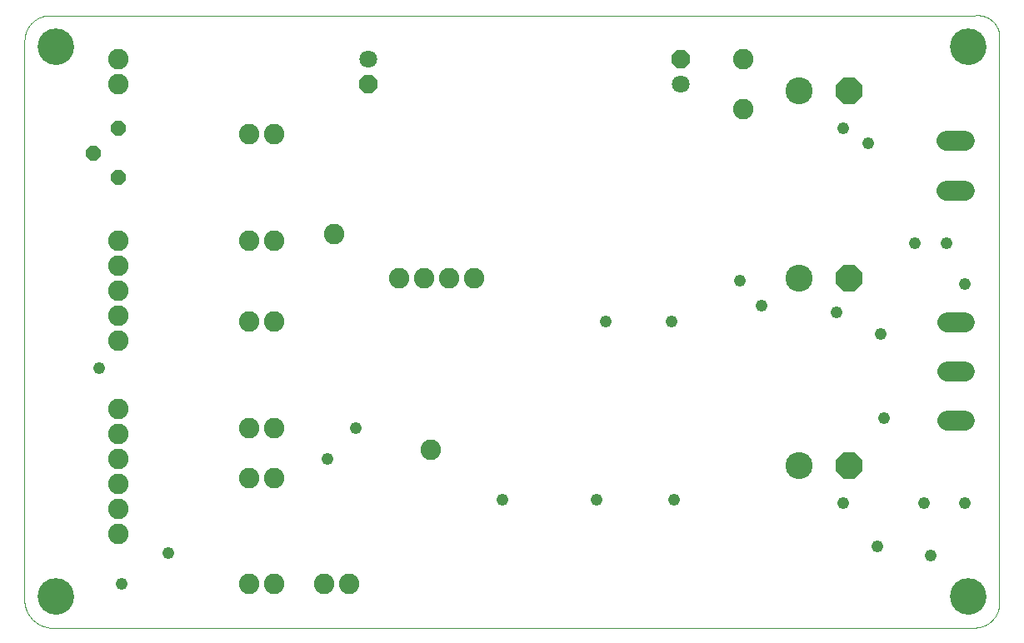
<source format=gbs>
G75*
%MOIN*%
%OFA0B0*%
%FSLAX25Y25*%
%IPPOS*%
%LPD*%
%AMOC8*
5,1,8,0,0,1.08239X$1,22.5*
%
%ADD10C,0.00000*%
%ADD11C,0.14580*%
%ADD12OC8,0.07100*%
%ADD13C,0.07100*%
%ADD14C,0.07850*%
%ADD15OC8,0.06000*%
%ADD16C,0.10800*%
%ADD17OC8,0.10800*%
%ADD18C,0.08200*%
%ADD19C,0.04800*%
D10*
X0031197Y0016379D02*
X0401197Y0016379D01*
X0401439Y0016382D01*
X0401680Y0016391D01*
X0401921Y0016405D01*
X0402162Y0016426D01*
X0402402Y0016452D01*
X0402642Y0016484D01*
X0402881Y0016522D01*
X0403118Y0016565D01*
X0403355Y0016615D01*
X0403590Y0016670D01*
X0403824Y0016730D01*
X0404056Y0016797D01*
X0404287Y0016868D01*
X0404516Y0016946D01*
X0404743Y0017029D01*
X0404968Y0017117D01*
X0405191Y0017211D01*
X0405411Y0017310D01*
X0405629Y0017415D01*
X0405844Y0017524D01*
X0406057Y0017639D01*
X0406267Y0017759D01*
X0406473Y0017884D01*
X0406677Y0018014D01*
X0406878Y0018149D01*
X0407075Y0018289D01*
X0407269Y0018433D01*
X0407459Y0018582D01*
X0407645Y0018736D01*
X0407828Y0018894D01*
X0408007Y0019056D01*
X0408182Y0019223D01*
X0408353Y0019394D01*
X0408520Y0019569D01*
X0408682Y0019748D01*
X0408840Y0019931D01*
X0408994Y0020117D01*
X0409143Y0020307D01*
X0409287Y0020501D01*
X0409427Y0020698D01*
X0409562Y0020899D01*
X0409692Y0021103D01*
X0409817Y0021309D01*
X0409937Y0021519D01*
X0410052Y0021732D01*
X0410161Y0021947D01*
X0410266Y0022165D01*
X0410365Y0022385D01*
X0410459Y0022608D01*
X0410547Y0022833D01*
X0410630Y0023060D01*
X0410708Y0023289D01*
X0410779Y0023520D01*
X0410846Y0023752D01*
X0410906Y0023986D01*
X0410961Y0024221D01*
X0411011Y0024458D01*
X0411054Y0024695D01*
X0411092Y0024934D01*
X0411124Y0025174D01*
X0411150Y0025414D01*
X0411171Y0025655D01*
X0411185Y0025896D01*
X0411194Y0026137D01*
X0411197Y0026379D01*
X0411197Y0253879D01*
X0411164Y0254090D01*
X0411127Y0254300D01*
X0411084Y0254510D01*
X0411036Y0254718D01*
X0410983Y0254925D01*
X0410925Y0255130D01*
X0410862Y0255334D01*
X0410794Y0255537D01*
X0410721Y0255738D01*
X0410644Y0255937D01*
X0410561Y0256134D01*
X0410474Y0256329D01*
X0410383Y0256522D01*
X0410286Y0256712D01*
X0410185Y0256901D01*
X0410080Y0257086D01*
X0409970Y0257270D01*
X0409856Y0257450D01*
X0409737Y0257628D01*
X0409614Y0257802D01*
X0409487Y0257974D01*
X0409356Y0258142D01*
X0409220Y0258308D01*
X0409081Y0258470D01*
X0408938Y0258628D01*
X0408791Y0258784D01*
X0408641Y0258935D01*
X0408487Y0259083D01*
X0408329Y0259227D01*
X0408168Y0259367D01*
X0408003Y0259503D01*
X0407835Y0259636D01*
X0407665Y0259764D01*
X0407491Y0259888D01*
X0407314Y0260008D01*
X0407134Y0260123D01*
X0406952Y0260234D01*
X0406767Y0260341D01*
X0406579Y0260443D01*
X0406389Y0260540D01*
X0406197Y0260633D01*
X0406002Y0260722D01*
X0405805Y0260805D01*
X0405607Y0260884D01*
X0405407Y0260958D01*
X0405204Y0261027D01*
X0405001Y0261091D01*
X0404795Y0261150D01*
X0404589Y0261205D01*
X0404381Y0261254D01*
X0404172Y0261298D01*
X0403962Y0261337D01*
X0403751Y0261371D01*
X0403540Y0261400D01*
X0403327Y0261424D01*
X0403115Y0261443D01*
X0402901Y0261456D01*
X0402688Y0261465D01*
X0402474Y0261468D01*
X0402261Y0261466D01*
X0402047Y0261459D01*
X0401834Y0261447D01*
X0401621Y0261429D01*
X0401409Y0261407D01*
X0401197Y0261379D01*
X0031197Y0261379D01*
X0030955Y0261376D01*
X0030714Y0261367D01*
X0030473Y0261353D01*
X0030232Y0261332D01*
X0029992Y0261306D01*
X0029752Y0261274D01*
X0029513Y0261236D01*
X0029276Y0261193D01*
X0029039Y0261143D01*
X0028804Y0261088D01*
X0028570Y0261028D01*
X0028338Y0260961D01*
X0028107Y0260890D01*
X0027878Y0260812D01*
X0027651Y0260729D01*
X0027426Y0260641D01*
X0027203Y0260547D01*
X0026983Y0260448D01*
X0026765Y0260343D01*
X0026550Y0260234D01*
X0026337Y0260119D01*
X0026127Y0259999D01*
X0025921Y0259874D01*
X0025717Y0259744D01*
X0025516Y0259609D01*
X0025319Y0259469D01*
X0025125Y0259325D01*
X0024935Y0259176D01*
X0024749Y0259022D01*
X0024566Y0258864D01*
X0024387Y0258702D01*
X0024212Y0258535D01*
X0024041Y0258364D01*
X0023874Y0258189D01*
X0023712Y0258010D01*
X0023554Y0257827D01*
X0023400Y0257641D01*
X0023251Y0257451D01*
X0023107Y0257257D01*
X0022967Y0257060D01*
X0022832Y0256859D01*
X0022702Y0256655D01*
X0022577Y0256449D01*
X0022457Y0256239D01*
X0022342Y0256026D01*
X0022233Y0255811D01*
X0022128Y0255593D01*
X0022029Y0255373D01*
X0021935Y0255150D01*
X0021847Y0254925D01*
X0021764Y0254698D01*
X0021686Y0254469D01*
X0021615Y0254238D01*
X0021548Y0254006D01*
X0021488Y0253772D01*
X0021433Y0253537D01*
X0021383Y0253300D01*
X0021340Y0253063D01*
X0021302Y0252824D01*
X0021270Y0252584D01*
X0021244Y0252344D01*
X0021223Y0252103D01*
X0021209Y0251862D01*
X0021200Y0251621D01*
X0021197Y0251379D01*
X0021197Y0028879D01*
X0021170Y0028603D01*
X0021149Y0028325D01*
X0021136Y0028048D01*
X0021129Y0027770D01*
X0021129Y0027492D01*
X0021136Y0027215D01*
X0021149Y0026937D01*
X0021170Y0026660D01*
X0021197Y0026384D01*
X0021231Y0026108D01*
X0021271Y0025833D01*
X0021319Y0025560D01*
X0021373Y0025287D01*
X0021434Y0025016D01*
X0021501Y0024746D01*
X0021575Y0024479D01*
X0021656Y0024213D01*
X0021743Y0023949D01*
X0021836Y0023687D01*
X0021936Y0023428D01*
X0022043Y0023172D01*
X0022155Y0022918D01*
X0022274Y0022666D01*
X0022399Y0022418D01*
X0022530Y0022173D01*
X0022666Y0021932D01*
X0022809Y0021693D01*
X0022958Y0021458D01*
X0023112Y0021227D01*
X0023272Y0021000D01*
X0023437Y0020777D01*
X0023608Y0020558D01*
X0023785Y0020343D01*
X0023966Y0020133D01*
X0024152Y0019927D01*
X0024344Y0019726D01*
X0024540Y0019529D01*
X0024742Y0019338D01*
X0024947Y0019151D01*
X0025158Y0018970D01*
X0025372Y0018793D01*
X0025591Y0018622D01*
X0025814Y0018457D01*
X0026042Y0018297D01*
X0026272Y0018142D01*
X0026507Y0017994D01*
X0026745Y0017851D01*
X0026987Y0017714D01*
X0027232Y0017583D01*
X0027480Y0017458D01*
X0027731Y0017339D01*
X0027985Y0017226D01*
X0028242Y0017120D01*
X0028501Y0017020D01*
X0028763Y0016926D01*
X0029026Y0016839D01*
X0029292Y0016759D01*
X0029560Y0016684D01*
X0029829Y0016617D01*
X0030100Y0016556D01*
X0030373Y0016502D01*
X0030647Y0016454D01*
X0030921Y0016413D01*
X0031197Y0016379D01*
X0026807Y0028879D02*
X0026809Y0029048D01*
X0026815Y0029217D01*
X0026826Y0029386D01*
X0026840Y0029554D01*
X0026859Y0029722D01*
X0026882Y0029890D01*
X0026908Y0030057D01*
X0026939Y0030223D01*
X0026974Y0030389D01*
X0027013Y0030553D01*
X0027057Y0030717D01*
X0027104Y0030879D01*
X0027155Y0031040D01*
X0027210Y0031200D01*
X0027269Y0031359D01*
X0027331Y0031516D01*
X0027398Y0031671D01*
X0027469Y0031825D01*
X0027543Y0031977D01*
X0027621Y0032127D01*
X0027702Y0032275D01*
X0027787Y0032421D01*
X0027876Y0032565D01*
X0027968Y0032707D01*
X0028064Y0032846D01*
X0028163Y0032983D01*
X0028265Y0033118D01*
X0028371Y0033250D01*
X0028480Y0033379D01*
X0028592Y0033506D01*
X0028707Y0033630D01*
X0028825Y0033751D01*
X0028946Y0033869D01*
X0029070Y0033984D01*
X0029197Y0034096D01*
X0029326Y0034205D01*
X0029458Y0034311D01*
X0029593Y0034413D01*
X0029730Y0034512D01*
X0029869Y0034608D01*
X0030011Y0034700D01*
X0030155Y0034789D01*
X0030301Y0034874D01*
X0030449Y0034955D01*
X0030599Y0035033D01*
X0030751Y0035107D01*
X0030905Y0035178D01*
X0031060Y0035245D01*
X0031217Y0035307D01*
X0031376Y0035366D01*
X0031536Y0035421D01*
X0031697Y0035472D01*
X0031859Y0035519D01*
X0032023Y0035563D01*
X0032187Y0035602D01*
X0032353Y0035637D01*
X0032519Y0035668D01*
X0032686Y0035694D01*
X0032854Y0035717D01*
X0033022Y0035736D01*
X0033190Y0035750D01*
X0033359Y0035761D01*
X0033528Y0035767D01*
X0033697Y0035769D01*
X0033866Y0035767D01*
X0034035Y0035761D01*
X0034204Y0035750D01*
X0034372Y0035736D01*
X0034540Y0035717D01*
X0034708Y0035694D01*
X0034875Y0035668D01*
X0035041Y0035637D01*
X0035207Y0035602D01*
X0035371Y0035563D01*
X0035535Y0035519D01*
X0035697Y0035472D01*
X0035858Y0035421D01*
X0036018Y0035366D01*
X0036177Y0035307D01*
X0036334Y0035245D01*
X0036489Y0035178D01*
X0036643Y0035107D01*
X0036795Y0035033D01*
X0036945Y0034955D01*
X0037093Y0034874D01*
X0037239Y0034789D01*
X0037383Y0034700D01*
X0037525Y0034608D01*
X0037664Y0034512D01*
X0037801Y0034413D01*
X0037936Y0034311D01*
X0038068Y0034205D01*
X0038197Y0034096D01*
X0038324Y0033984D01*
X0038448Y0033869D01*
X0038569Y0033751D01*
X0038687Y0033630D01*
X0038802Y0033506D01*
X0038914Y0033379D01*
X0039023Y0033250D01*
X0039129Y0033118D01*
X0039231Y0032983D01*
X0039330Y0032846D01*
X0039426Y0032707D01*
X0039518Y0032565D01*
X0039607Y0032421D01*
X0039692Y0032275D01*
X0039773Y0032127D01*
X0039851Y0031977D01*
X0039925Y0031825D01*
X0039996Y0031671D01*
X0040063Y0031516D01*
X0040125Y0031359D01*
X0040184Y0031200D01*
X0040239Y0031040D01*
X0040290Y0030879D01*
X0040337Y0030717D01*
X0040381Y0030553D01*
X0040420Y0030389D01*
X0040455Y0030223D01*
X0040486Y0030057D01*
X0040512Y0029890D01*
X0040535Y0029722D01*
X0040554Y0029554D01*
X0040568Y0029386D01*
X0040579Y0029217D01*
X0040585Y0029048D01*
X0040587Y0028879D01*
X0040585Y0028710D01*
X0040579Y0028541D01*
X0040568Y0028372D01*
X0040554Y0028204D01*
X0040535Y0028036D01*
X0040512Y0027868D01*
X0040486Y0027701D01*
X0040455Y0027535D01*
X0040420Y0027369D01*
X0040381Y0027205D01*
X0040337Y0027041D01*
X0040290Y0026879D01*
X0040239Y0026718D01*
X0040184Y0026558D01*
X0040125Y0026399D01*
X0040063Y0026242D01*
X0039996Y0026087D01*
X0039925Y0025933D01*
X0039851Y0025781D01*
X0039773Y0025631D01*
X0039692Y0025483D01*
X0039607Y0025337D01*
X0039518Y0025193D01*
X0039426Y0025051D01*
X0039330Y0024912D01*
X0039231Y0024775D01*
X0039129Y0024640D01*
X0039023Y0024508D01*
X0038914Y0024379D01*
X0038802Y0024252D01*
X0038687Y0024128D01*
X0038569Y0024007D01*
X0038448Y0023889D01*
X0038324Y0023774D01*
X0038197Y0023662D01*
X0038068Y0023553D01*
X0037936Y0023447D01*
X0037801Y0023345D01*
X0037664Y0023246D01*
X0037525Y0023150D01*
X0037383Y0023058D01*
X0037239Y0022969D01*
X0037093Y0022884D01*
X0036945Y0022803D01*
X0036795Y0022725D01*
X0036643Y0022651D01*
X0036489Y0022580D01*
X0036334Y0022513D01*
X0036177Y0022451D01*
X0036018Y0022392D01*
X0035858Y0022337D01*
X0035697Y0022286D01*
X0035535Y0022239D01*
X0035371Y0022195D01*
X0035207Y0022156D01*
X0035041Y0022121D01*
X0034875Y0022090D01*
X0034708Y0022064D01*
X0034540Y0022041D01*
X0034372Y0022022D01*
X0034204Y0022008D01*
X0034035Y0021997D01*
X0033866Y0021991D01*
X0033697Y0021989D01*
X0033528Y0021991D01*
X0033359Y0021997D01*
X0033190Y0022008D01*
X0033022Y0022022D01*
X0032854Y0022041D01*
X0032686Y0022064D01*
X0032519Y0022090D01*
X0032353Y0022121D01*
X0032187Y0022156D01*
X0032023Y0022195D01*
X0031859Y0022239D01*
X0031697Y0022286D01*
X0031536Y0022337D01*
X0031376Y0022392D01*
X0031217Y0022451D01*
X0031060Y0022513D01*
X0030905Y0022580D01*
X0030751Y0022651D01*
X0030599Y0022725D01*
X0030449Y0022803D01*
X0030301Y0022884D01*
X0030155Y0022969D01*
X0030011Y0023058D01*
X0029869Y0023150D01*
X0029730Y0023246D01*
X0029593Y0023345D01*
X0029458Y0023447D01*
X0029326Y0023553D01*
X0029197Y0023662D01*
X0029070Y0023774D01*
X0028946Y0023889D01*
X0028825Y0024007D01*
X0028707Y0024128D01*
X0028592Y0024252D01*
X0028480Y0024379D01*
X0028371Y0024508D01*
X0028265Y0024640D01*
X0028163Y0024775D01*
X0028064Y0024912D01*
X0027968Y0025051D01*
X0027876Y0025193D01*
X0027787Y0025337D01*
X0027702Y0025483D01*
X0027621Y0025631D01*
X0027543Y0025781D01*
X0027469Y0025933D01*
X0027398Y0026087D01*
X0027331Y0026242D01*
X0027269Y0026399D01*
X0027210Y0026558D01*
X0027155Y0026718D01*
X0027104Y0026879D01*
X0027057Y0027041D01*
X0027013Y0027205D01*
X0026974Y0027369D01*
X0026939Y0027535D01*
X0026908Y0027701D01*
X0026882Y0027868D01*
X0026859Y0028036D01*
X0026840Y0028204D01*
X0026826Y0028372D01*
X0026815Y0028541D01*
X0026809Y0028710D01*
X0026807Y0028879D01*
X0026807Y0248879D02*
X0026809Y0249048D01*
X0026815Y0249217D01*
X0026826Y0249386D01*
X0026840Y0249554D01*
X0026859Y0249722D01*
X0026882Y0249890D01*
X0026908Y0250057D01*
X0026939Y0250223D01*
X0026974Y0250389D01*
X0027013Y0250553D01*
X0027057Y0250717D01*
X0027104Y0250879D01*
X0027155Y0251040D01*
X0027210Y0251200D01*
X0027269Y0251359D01*
X0027331Y0251516D01*
X0027398Y0251671D01*
X0027469Y0251825D01*
X0027543Y0251977D01*
X0027621Y0252127D01*
X0027702Y0252275D01*
X0027787Y0252421D01*
X0027876Y0252565D01*
X0027968Y0252707D01*
X0028064Y0252846D01*
X0028163Y0252983D01*
X0028265Y0253118D01*
X0028371Y0253250D01*
X0028480Y0253379D01*
X0028592Y0253506D01*
X0028707Y0253630D01*
X0028825Y0253751D01*
X0028946Y0253869D01*
X0029070Y0253984D01*
X0029197Y0254096D01*
X0029326Y0254205D01*
X0029458Y0254311D01*
X0029593Y0254413D01*
X0029730Y0254512D01*
X0029869Y0254608D01*
X0030011Y0254700D01*
X0030155Y0254789D01*
X0030301Y0254874D01*
X0030449Y0254955D01*
X0030599Y0255033D01*
X0030751Y0255107D01*
X0030905Y0255178D01*
X0031060Y0255245D01*
X0031217Y0255307D01*
X0031376Y0255366D01*
X0031536Y0255421D01*
X0031697Y0255472D01*
X0031859Y0255519D01*
X0032023Y0255563D01*
X0032187Y0255602D01*
X0032353Y0255637D01*
X0032519Y0255668D01*
X0032686Y0255694D01*
X0032854Y0255717D01*
X0033022Y0255736D01*
X0033190Y0255750D01*
X0033359Y0255761D01*
X0033528Y0255767D01*
X0033697Y0255769D01*
X0033866Y0255767D01*
X0034035Y0255761D01*
X0034204Y0255750D01*
X0034372Y0255736D01*
X0034540Y0255717D01*
X0034708Y0255694D01*
X0034875Y0255668D01*
X0035041Y0255637D01*
X0035207Y0255602D01*
X0035371Y0255563D01*
X0035535Y0255519D01*
X0035697Y0255472D01*
X0035858Y0255421D01*
X0036018Y0255366D01*
X0036177Y0255307D01*
X0036334Y0255245D01*
X0036489Y0255178D01*
X0036643Y0255107D01*
X0036795Y0255033D01*
X0036945Y0254955D01*
X0037093Y0254874D01*
X0037239Y0254789D01*
X0037383Y0254700D01*
X0037525Y0254608D01*
X0037664Y0254512D01*
X0037801Y0254413D01*
X0037936Y0254311D01*
X0038068Y0254205D01*
X0038197Y0254096D01*
X0038324Y0253984D01*
X0038448Y0253869D01*
X0038569Y0253751D01*
X0038687Y0253630D01*
X0038802Y0253506D01*
X0038914Y0253379D01*
X0039023Y0253250D01*
X0039129Y0253118D01*
X0039231Y0252983D01*
X0039330Y0252846D01*
X0039426Y0252707D01*
X0039518Y0252565D01*
X0039607Y0252421D01*
X0039692Y0252275D01*
X0039773Y0252127D01*
X0039851Y0251977D01*
X0039925Y0251825D01*
X0039996Y0251671D01*
X0040063Y0251516D01*
X0040125Y0251359D01*
X0040184Y0251200D01*
X0040239Y0251040D01*
X0040290Y0250879D01*
X0040337Y0250717D01*
X0040381Y0250553D01*
X0040420Y0250389D01*
X0040455Y0250223D01*
X0040486Y0250057D01*
X0040512Y0249890D01*
X0040535Y0249722D01*
X0040554Y0249554D01*
X0040568Y0249386D01*
X0040579Y0249217D01*
X0040585Y0249048D01*
X0040587Y0248879D01*
X0040585Y0248710D01*
X0040579Y0248541D01*
X0040568Y0248372D01*
X0040554Y0248204D01*
X0040535Y0248036D01*
X0040512Y0247868D01*
X0040486Y0247701D01*
X0040455Y0247535D01*
X0040420Y0247369D01*
X0040381Y0247205D01*
X0040337Y0247041D01*
X0040290Y0246879D01*
X0040239Y0246718D01*
X0040184Y0246558D01*
X0040125Y0246399D01*
X0040063Y0246242D01*
X0039996Y0246087D01*
X0039925Y0245933D01*
X0039851Y0245781D01*
X0039773Y0245631D01*
X0039692Y0245483D01*
X0039607Y0245337D01*
X0039518Y0245193D01*
X0039426Y0245051D01*
X0039330Y0244912D01*
X0039231Y0244775D01*
X0039129Y0244640D01*
X0039023Y0244508D01*
X0038914Y0244379D01*
X0038802Y0244252D01*
X0038687Y0244128D01*
X0038569Y0244007D01*
X0038448Y0243889D01*
X0038324Y0243774D01*
X0038197Y0243662D01*
X0038068Y0243553D01*
X0037936Y0243447D01*
X0037801Y0243345D01*
X0037664Y0243246D01*
X0037525Y0243150D01*
X0037383Y0243058D01*
X0037239Y0242969D01*
X0037093Y0242884D01*
X0036945Y0242803D01*
X0036795Y0242725D01*
X0036643Y0242651D01*
X0036489Y0242580D01*
X0036334Y0242513D01*
X0036177Y0242451D01*
X0036018Y0242392D01*
X0035858Y0242337D01*
X0035697Y0242286D01*
X0035535Y0242239D01*
X0035371Y0242195D01*
X0035207Y0242156D01*
X0035041Y0242121D01*
X0034875Y0242090D01*
X0034708Y0242064D01*
X0034540Y0242041D01*
X0034372Y0242022D01*
X0034204Y0242008D01*
X0034035Y0241997D01*
X0033866Y0241991D01*
X0033697Y0241989D01*
X0033528Y0241991D01*
X0033359Y0241997D01*
X0033190Y0242008D01*
X0033022Y0242022D01*
X0032854Y0242041D01*
X0032686Y0242064D01*
X0032519Y0242090D01*
X0032353Y0242121D01*
X0032187Y0242156D01*
X0032023Y0242195D01*
X0031859Y0242239D01*
X0031697Y0242286D01*
X0031536Y0242337D01*
X0031376Y0242392D01*
X0031217Y0242451D01*
X0031060Y0242513D01*
X0030905Y0242580D01*
X0030751Y0242651D01*
X0030599Y0242725D01*
X0030449Y0242803D01*
X0030301Y0242884D01*
X0030155Y0242969D01*
X0030011Y0243058D01*
X0029869Y0243150D01*
X0029730Y0243246D01*
X0029593Y0243345D01*
X0029458Y0243447D01*
X0029326Y0243553D01*
X0029197Y0243662D01*
X0029070Y0243774D01*
X0028946Y0243889D01*
X0028825Y0244007D01*
X0028707Y0244128D01*
X0028592Y0244252D01*
X0028480Y0244379D01*
X0028371Y0244508D01*
X0028265Y0244640D01*
X0028163Y0244775D01*
X0028064Y0244912D01*
X0027968Y0245051D01*
X0027876Y0245193D01*
X0027787Y0245337D01*
X0027702Y0245483D01*
X0027621Y0245631D01*
X0027543Y0245781D01*
X0027469Y0245933D01*
X0027398Y0246087D01*
X0027331Y0246242D01*
X0027269Y0246399D01*
X0027210Y0246558D01*
X0027155Y0246718D01*
X0027104Y0246879D01*
X0027057Y0247041D01*
X0027013Y0247205D01*
X0026974Y0247369D01*
X0026939Y0247535D01*
X0026908Y0247701D01*
X0026882Y0247868D01*
X0026859Y0248036D01*
X0026840Y0248204D01*
X0026826Y0248372D01*
X0026815Y0248541D01*
X0026809Y0248710D01*
X0026807Y0248879D01*
X0391807Y0248879D02*
X0391809Y0249048D01*
X0391815Y0249217D01*
X0391826Y0249386D01*
X0391840Y0249554D01*
X0391859Y0249722D01*
X0391882Y0249890D01*
X0391908Y0250057D01*
X0391939Y0250223D01*
X0391974Y0250389D01*
X0392013Y0250553D01*
X0392057Y0250717D01*
X0392104Y0250879D01*
X0392155Y0251040D01*
X0392210Y0251200D01*
X0392269Y0251359D01*
X0392331Y0251516D01*
X0392398Y0251671D01*
X0392469Y0251825D01*
X0392543Y0251977D01*
X0392621Y0252127D01*
X0392702Y0252275D01*
X0392787Y0252421D01*
X0392876Y0252565D01*
X0392968Y0252707D01*
X0393064Y0252846D01*
X0393163Y0252983D01*
X0393265Y0253118D01*
X0393371Y0253250D01*
X0393480Y0253379D01*
X0393592Y0253506D01*
X0393707Y0253630D01*
X0393825Y0253751D01*
X0393946Y0253869D01*
X0394070Y0253984D01*
X0394197Y0254096D01*
X0394326Y0254205D01*
X0394458Y0254311D01*
X0394593Y0254413D01*
X0394730Y0254512D01*
X0394869Y0254608D01*
X0395011Y0254700D01*
X0395155Y0254789D01*
X0395301Y0254874D01*
X0395449Y0254955D01*
X0395599Y0255033D01*
X0395751Y0255107D01*
X0395905Y0255178D01*
X0396060Y0255245D01*
X0396217Y0255307D01*
X0396376Y0255366D01*
X0396536Y0255421D01*
X0396697Y0255472D01*
X0396859Y0255519D01*
X0397023Y0255563D01*
X0397187Y0255602D01*
X0397353Y0255637D01*
X0397519Y0255668D01*
X0397686Y0255694D01*
X0397854Y0255717D01*
X0398022Y0255736D01*
X0398190Y0255750D01*
X0398359Y0255761D01*
X0398528Y0255767D01*
X0398697Y0255769D01*
X0398866Y0255767D01*
X0399035Y0255761D01*
X0399204Y0255750D01*
X0399372Y0255736D01*
X0399540Y0255717D01*
X0399708Y0255694D01*
X0399875Y0255668D01*
X0400041Y0255637D01*
X0400207Y0255602D01*
X0400371Y0255563D01*
X0400535Y0255519D01*
X0400697Y0255472D01*
X0400858Y0255421D01*
X0401018Y0255366D01*
X0401177Y0255307D01*
X0401334Y0255245D01*
X0401489Y0255178D01*
X0401643Y0255107D01*
X0401795Y0255033D01*
X0401945Y0254955D01*
X0402093Y0254874D01*
X0402239Y0254789D01*
X0402383Y0254700D01*
X0402525Y0254608D01*
X0402664Y0254512D01*
X0402801Y0254413D01*
X0402936Y0254311D01*
X0403068Y0254205D01*
X0403197Y0254096D01*
X0403324Y0253984D01*
X0403448Y0253869D01*
X0403569Y0253751D01*
X0403687Y0253630D01*
X0403802Y0253506D01*
X0403914Y0253379D01*
X0404023Y0253250D01*
X0404129Y0253118D01*
X0404231Y0252983D01*
X0404330Y0252846D01*
X0404426Y0252707D01*
X0404518Y0252565D01*
X0404607Y0252421D01*
X0404692Y0252275D01*
X0404773Y0252127D01*
X0404851Y0251977D01*
X0404925Y0251825D01*
X0404996Y0251671D01*
X0405063Y0251516D01*
X0405125Y0251359D01*
X0405184Y0251200D01*
X0405239Y0251040D01*
X0405290Y0250879D01*
X0405337Y0250717D01*
X0405381Y0250553D01*
X0405420Y0250389D01*
X0405455Y0250223D01*
X0405486Y0250057D01*
X0405512Y0249890D01*
X0405535Y0249722D01*
X0405554Y0249554D01*
X0405568Y0249386D01*
X0405579Y0249217D01*
X0405585Y0249048D01*
X0405587Y0248879D01*
X0405585Y0248710D01*
X0405579Y0248541D01*
X0405568Y0248372D01*
X0405554Y0248204D01*
X0405535Y0248036D01*
X0405512Y0247868D01*
X0405486Y0247701D01*
X0405455Y0247535D01*
X0405420Y0247369D01*
X0405381Y0247205D01*
X0405337Y0247041D01*
X0405290Y0246879D01*
X0405239Y0246718D01*
X0405184Y0246558D01*
X0405125Y0246399D01*
X0405063Y0246242D01*
X0404996Y0246087D01*
X0404925Y0245933D01*
X0404851Y0245781D01*
X0404773Y0245631D01*
X0404692Y0245483D01*
X0404607Y0245337D01*
X0404518Y0245193D01*
X0404426Y0245051D01*
X0404330Y0244912D01*
X0404231Y0244775D01*
X0404129Y0244640D01*
X0404023Y0244508D01*
X0403914Y0244379D01*
X0403802Y0244252D01*
X0403687Y0244128D01*
X0403569Y0244007D01*
X0403448Y0243889D01*
X0403324Y0243774D01*
X0403197Y0243662D01*
X0403068Y0243553D01*
X0402936Y0243447D01*
X0402801Y0243345D01*
X0402664Y0243246D01*
X0402525Y0243150D01*
X0402383Y0243058D01*
X0402239Y0242969D01*
X0402093Y0242884D01*
X0401945Y0242803D01*
X0401795Y0242725D01*
X0401643Y0242651D01*
X0401489Y0242580D01*
X0401334Y0242513D01*
X0401177Y0242451D01*
X0401018Y0242392D01*
X0400858Y0242337D01*
X0400697Y0242286D01*
X0400535Y0242239D01*
X0400371Y0242195D01*
X0400207Y0242156D01*
X0400041Y0242121D01*
X0399875Y0242090D01*
X0399708Y0242064D01*
X0399540Y0242041D01*
X0399372Y0242022D01*
X0399204Y0242008D01*
X0399035Y0241997D01*
X0398866Y0241991D01*
X0398697Y0241989D01*
X0398528Y0241991D01*
X0398359Y0241997D01*
X0398190Y0242008D01*
X0398022Y0242022D01*
X0397854Y0242041D01*
X0397686Y0242064D01*
X0397519Y0242090D01*
X0397353Y0242121D01*
X0397187Y0242156D01*
X0397023Y0242195D01*
X0396859Y0242239D01*
X0396697Y0242286D01*
X0396536Y0242337D01*
X0396376Y0242392D01*
X0396217Y0242451D01*
X0396060Y0242513D01*
X0395905Y0242580D01*
X0395751Y0242651D01*
X0395599Y0242725D01*
X0395449Y0242803D01*
X0395301Y0242884D01*
X0395155Y0242969D01*
X0395011Y0243058D01*
X0394869Y0243150D01*
X0394730Y0243246D01*
X0394593Y0243345D01*
X0394458Y0243447D01*
X0394326Y0243553D01*
X0394197Y0243662D01*
X0394070Y0243774D01*
X0393946Y0243889D01*
X0393825Y0244007D01*
X0393707Y0244128D01*
X0393592Y0244252D01*
X0393480Y0244379D01*
X0393371Y0244508D01*
X0393265Y0244640D01*
X0393163Y0244775D01*
X0393064Y0244912D01*
X0392968Y0245051D01*
X0392876Y0245193D01*
X0392787Y0245337D01*
X0392702Y0245483D01*
X0392621Y0245631D01*
X0392543Y0245781D01*
X0392469Y0245933D01*
X0392398Y0246087D01*
X0392331Y0246242D01*
X0392269Y0246399D01*
X0392210Y0246558D01*
X0392155Y0246718D01*
X0392104Y0246879D01*
X0392057Y0247041D01*
X0392013Y0247205D01*
X0391974Y0247369D01*
X0391939Y0247535D01*
X0391908Y0247701D01*
X0391882Y0247868D01*
X0391859Y0248036D01*
X0391840Y0248204D01*
X0391826Y0248372D01*
X0391815Y0248541D01*
X0391809Y0248710D01*
X0391807Y0248879D01*
X0391807Y0028879D02*
X0391809Y0029048D01*
X0391815Y0029217D01*
X0391826Y0029386D01*
X0391840Y0029554D01*
X0391859Y0029722D01*
X0391882Y0029890D01*
X0391908Y0030057D01*
X0391939Y0030223D01*
X0391974Y0030389D01*
X0392013Y0030553D01*
X0392057Y0030717D01*
X0392104Y0030879D01*
X0392155Y0031040D01*
X0392210Y0031200D01*
X0392269Y0031359D01*
X0392331Y0031516D01*
X0392398Y0031671D01*
X0392469Y0031825D01*
X0392543Y0031977D01*
X0392621Y0032127D01*
X0392702Y0032275D01*
X0392787Y0032421D01*
X0392876Y0032565D01*
X0392968Y0032707D01*
X0393064Y0032846D01*
X0393163Y0032983D01*
X0393265Y0033118D01*
X0393371Y0033250D01*
X0393480Y0033379D01*
X0393592Y0033506D01*
X0393707Y0033630D01*
X0393825Y0033751D01*
X0393946Y0033869D01*
X0394070Y0033984D01*
X0394197Y0034096D01*
X0394326Y0034205D01*
X0394458Y0034311D01*
X0394593Y0034413D01*
X0394730Y0034512D01*
X0394869Y0034608D01*
X0395011Y0034700D01*
X0395155Y0034789D01*
X0395301Y0034874D01*
X0395449Y0034955D01*
X0395599Y0035033D01*
X0395751Y0035107D01*
X0395905Y0035178D01*
X0396060Y0035245D01*
X0396217Y0035307D01*
X0396376Y0035366D01*
X0396536Y0035421D01*
X0396697Y0035472D01*
X0396859Y0035519D01*
X0397023Y0035563D01*
X0397187Y0035602D01*
X0397353Y0035637D01*
X0397519Y0035668D01*
X0397686Y0035694D01*
X0397854Y0035717D01*
X0398022Y0035736D01*
X0398190Y0035750D01*
X0398359Y0035761D01*
X0398528Y0035767D01*
X0398697Y0035769D01*
X0398866Y0035767D01*
X0399035Y0035761D01*
X0399204Y0035750D01*
X0399372Y0035736D01*
X0399540Y0035717D01*
X0399708Y0035694D01*
X0399875Y0035668D01*
X0400041Y0035637D01*
X0400207Y0035602D01*
X0400371Y0035563D01*
X0400535Y0035519D01*
X0400697Y0035472D01*
X0400858Y0035421D01*
X0401018Y0035366D01*
X0401177Y0035307D01*
X0401334Y0035245D01*
X0401489Y0035178D01*
X0401643Y0035107D01*
X0401795Y0035033D01*
X0401945Y0034955D01*
X0402093Y0034874D01*
X0402239Y0034789D01*
X0402383Y0034700D01*
X0402525Y0034608D01*
X0402664Y0034512D01*
X0402801Y0034413D01*
X0402936Y0034311D01*
X0403068Y0034205D01*
X0403197Y0034096D01*
X0403324Y0033984D01*
X0403448Y0033869D01*
X0403569Y0033751D01*
X0403687Y0033630D01*
X0403802Y0033506D01*
X0403914Y0033379D01*
X0404023Y0033250D01*
X0404129Y0033118D01*
X0404231Y0032983D01*
X0404330Y0032846D01*
X0404426Y0032707D01*
X0404518Y0032565D01*
X0404607Y0032421D01*
X0404692Y0032275D01*
X0404773Y0032127D01*
X0404851Y0031977D01*
X0404925Y0031825D01*
X0404996Y0031671D01*
X0405063Y0031516D01*
X0405125Y0031359D01*
X0405184Y0031200D01*
X0405239Y0031040D01*
X0405290Y0030879D01*
X0405337Y0030717D01*
X0405381Y0030553D01*
X0405420Y0030389D01*
X0405455Y0030223D01*
X0405486Y0030057D01*
X0405512Y0029890D01*
X0405535Y0029722D01*
X0405554Y0029554D01*
X0405568Y0029386D01*
X0405579Y0029217D01*
X0405585Y0029048D01*
X0405587Y0028879D01*
X0405585Y0028710D01*
X0405579Y0028541D01*
X0405568Y0028372D01*
X0405554Y0028204D01*
X0405535Y0028036D01*
X0405512Y0027868D01*
X0405486Y0027701D01*
X0405455Y0027535D01*
X0405420Y0027369D01*
X0405381Y0027205D01*
X0405337Y0027041D01*
X0405290Y0026879D01*
X0405239Y0026718D01*
X0405184Y0026558D01*
X0405125Y0026399D01*
X0405063Y0026242D01*
X0404996Y0026087D01*
X0404925Y0025933D01*
X0404851Y0025781D01*
X0404773Y0025631D01*
X0404692Y0025483D01*
X0404607Y0025337D01*
X0404518Y0025193D01*
X0404426Y0025051D01*
X0404330Y0024912D01*
X0404231Y0024775D01*
X0404129Y0024640D01*
X0404023Y0024508D01*
X0403914Y0024379D01*
X0403802Y0024252D01*
X0403687Y0024128D01*
X0403569Y0024007D01*
X0403448Y0023889D01*
X0403324Y0023774D01*
X0403197Y0023662D01*
X0403068Y0023553D01*
X0402936Y0023447D01*
X0402801Y0023345D01*
X0402664Y0023246D01*
X0402525Y0023150D01*
X0402383Y0023058D01*
X0402239Y0022969D01*
X0402093Y0022884D01*
X0401945Y0022803D01*
X0401795Y0022725D01*
X0401643Y0022651D01*
X0401489Y0022580D01*
X0401334Y0022513D01*
X0401177Y0022451D01*
X0401018Y0022392D01*
X0400858Y0022337D01*
X0400697Y0022286D01*
X0400535Y0022239D01*
X0400371Y0022195D01*
X0400207Y0022156D01*
X0400041Y0022121D01*
X0399875Y0022090D01*
X0399708Y0022064D01*
X0399540Y0022041D01*
X0399372Y0022022D01*
X0399204Y0022008D01*
X0399035Y0021997D01*
X0398866Y0021991D01*
X0398697Y0021989D01*
X0398528Y0021991D01*
X0398359Y0021997D01*
X0398190Y0022008D01*
X0398022Y0022022D01*
X0397854Y0022041D01*
X0397686Y0022064D01*
X0397519Y0022090D01*
X0397353Y0022121D01*
X0397187Y0022156D01*
X0397023Y0022195D01*
X0396859Y0022239D01*
X0396697Y0022286D01*
X0396536Y0022337D01*
X0396376Y0022392D01*
X0396217Y0022451D01*
X0396060Y0022513D01*
X0395905Y0022580D01*
X0395751Y0022651D01*
X0395599Y0022725D01*
X0395449Y0022803D01*
X0395301Y0022884D01*
X0395155Y0022969D01*
X0395011Y0023058D01*
X0394869Y0023150D01*
X0394730Y0023246D01*
X0394593Y0023345D01*
X0394458Y0023447D01*
X0394326Y0023553D01*
X0394197Y0023662D01*
X0394070Y0023774D01*
X0393946Y0023889D01*
X0393825Y0024007D01*
X0393707Y0024128D01*
X0393592Y0024252D01*
X0393480Y0024379D01*
X0393371Y0024508D01*
X0393265Y0024640D01*
X0393163Y0024775D01*
X0393064Y0024912D01*
X0392968Y0025051D01*
X0392876Y0025193D01*
X0392787Y0025337D01*
X0392702Y0025483D01*
X0392621Y0025631D01*
X0392543Y0025781D01*
X0392469Y0025933D01*
X0392398Y0026087D01*
X0392331Y0026242D01*
X0392269Y0026399D01*
X0392210Y0026558D01*
X0392155Y0026718D01*
X0392104Y0026879D01*
X0392057Y0027041D01*
X0392013Y0027205D01*
X0391974Y0027369D01*
X0391939Y0027535D01*
X0391908Y0027701D01*
X0391882Y0027868D01*
X0391859Y0028036D01*
X0391840Y0028204D01*
X0391826Y0028372D01*
X0391815Y0028541D01*
X0391809Y0028710D01*
X0391807Y0028879D01*
D11*
X0398697Y0028879D03*
X0398697Y0248879D03*
X0033697Y0248879D03*
X0033697Y0028879D03*
D12*
X0158697Y0233879D03*
X0283614Y0243801D03*
D13*
X0283614Y0233801D03*
X0158697Y0243879D03*
D14*
X0390172Y0211379D02*
X0397222Y0211379D01*
X0397222Y0191379D02*
X0390172Y0191379D01*
X0390251Y0138564D02*
X0397301Y0138564D01*
X0397301Y0118879D02*
X0390251Y0118879D01*
X0390251Y0099194D02*
X0397301Y0099194D01*
D15*
X0058697Y0196479D03*
X0048697Y0206379D03*
X0058697Y0216279D03*
D16*
X0331197Y0231379D03*
X0331197Y0156379D03*
X0331197Y0081379D03*
D17*
X0351197Y0081379D03*
X0351197Y0156379D03*
X0351197Y0231379D03*
D18*
X0308697Y0223879D03*
X0308697Y0243879D03*
X0201197Y0156379D03*
X0191197Y0156379D03*
X0181197Y0156379D03*
X0171197Y0156379D03*
X0144947Y0173879D03*
X0121197Y0171379D03*
X0111197Y0171379D03*
X0111197Y0138879D03*
X0121197Y0138879D03*
X0121197Y0096379D03*
X0111197Y0096379D03*
X0111197Y0076379D03*
X0121197Y0076379D03*
X0121197Y0033879D03*
X0111197Y0033879D03*
X0141197Y0033879D03*
X0151197Y0033879D03*
X0183697Y0087629D03*
X0058697Y0083879D03*
X0058697Y0073879D03*
X0058697Y0063879D03*
X0058697Y0053879D03*
X0058697Y0093879D03*
X0058697Y0103879D03*
X0058697Y0131379D03*
X0058697Y0141379D03*
X0058697Y0151379D03*
X0058697Y0161379D03*
X0058697Y0171379D03*
X0111197Y0213879D03*
X0121197Y0213879D03*
X0058697Y0233879D03*
X0058697Y0243879D03*
D19*
X0051197Y0120129D03*
X0142447Y0083879D03*
X0153697Y0096379D03*
X0212447Y0067629D03*
X0249947Y0067629D03*
X0281197Y0067629D03*
X0348697Y0066379D03*
X0362447Y0048879D03*
X0383697Y0045129D03*
X0381197Y0066379D03*
X0397447Y0066379D03*
X0364947Y0100129D03*
X0363697Y0133879D03*
X0346197Y0142629D03*
X0316197Y0145129D03*
X0307447Y0155129D03*
X0279947Y0138879D03*
X0253697Y0138879D03*
X0358697Y0210129D03*
X0348697Y0216379D03*
X0377447Y0170129D03*
X0389947Y0170129D03*
X0397447Y0153879D03*
X0078697Y0046379D03*
X0059947Y0033879D03*
M02*

</source>
